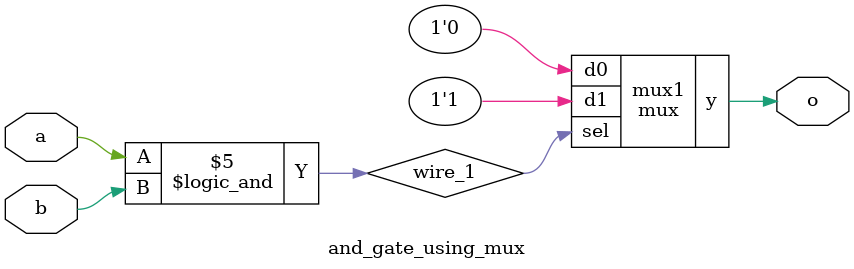
<source format=sv>

module mux
(
  input  d0, d1,
  input  sel,
  output y
);

  assign y = sel ? d1 : d0;

endmodule

//----------------------------------------------------------------------------
// Task
//----------------------------------------------------------------------------

module and_gate_using_mux
(
    input  a,
    input  b,
    output o
);

  // Task:
  // Implement and gate using instance(s) of mux,
  // constants 0 and 1, and wire connections
  logic wire_1;
  assign wire_1 = a && b;
  mux mux1 (.d0('b0),.d1('b1),.sel(wire_1),.y(o));
 
endmodule

</source>
